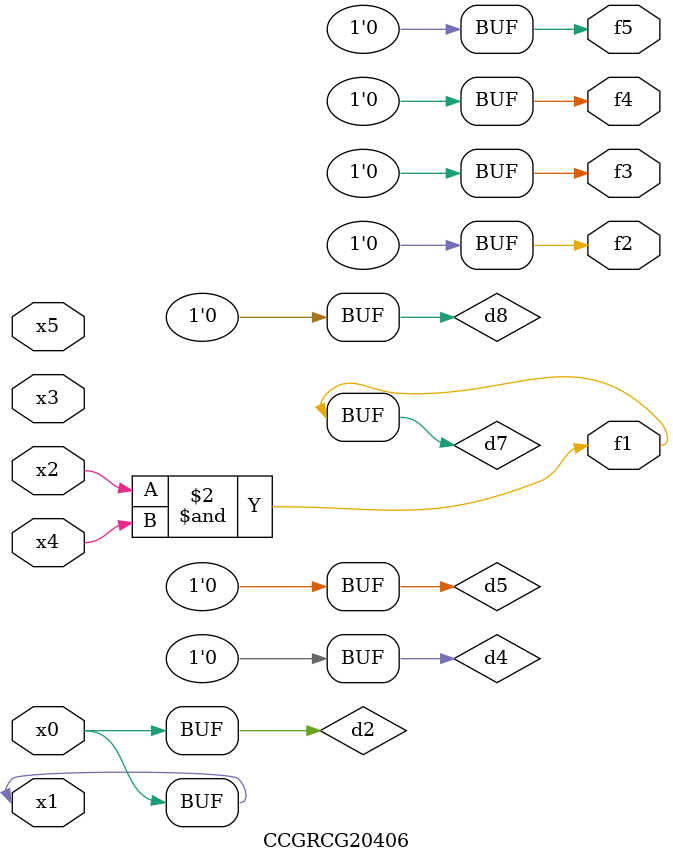
<source format=v>
module CCGRCG20406(
	input x0, x1, x2, x3, x4, x5,
	output f1, f2, f3, f4, f5
);

	wire d1, d2, d3, d4, d5, d6, d7, d8, d9;

	nand (d1, x1);
	buf (d2, x0, x1);
	nand (d3, x2, x4);
	and (d4, d1, d2);
	and (d5, d1, d2);
	nand (d6, d1, d3);
	not (d7, d3);
	xor (d8, d5);
	nor (d9, d5, d6);
	assign f1 = d7;
	assign f2 = d8;
	assign f3 = d8;
	assign f4 = d8;
	assign f5 = d8;
endmodule

</source>
